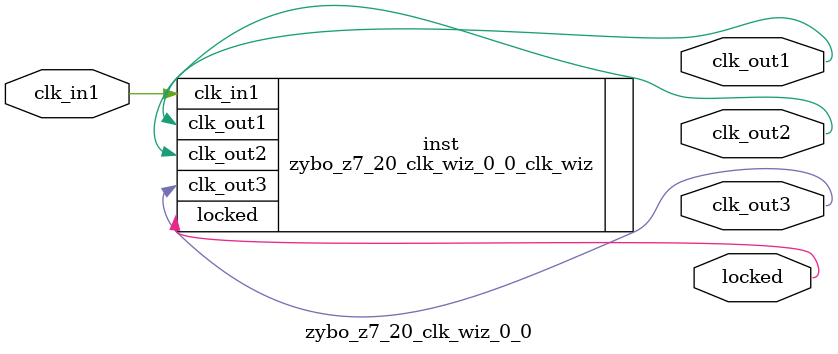
<source format=v>


`timescale 1ps/1ps

(* CORE_GENERATION_INFO = "zybo_z7_20_clk_wiz_0_0,clk_wiz_v5_4_0_0,{component_name=zybo_z7_20_clk_wiz_0_0,use_phase_alignment=true,use_min_o_jitter=false,use_max_i_jitter=false,use_dyn_phase_shift=false,use_inclk_switchover=false,use_dyn_reconfig=false,enable_axi=0,feedback_source=FDBK_AUTO,PRIMITIVE=PLL,num_out_clk=3,clkin1_period=8.000,clkin2_period=10.000,use_power_down=false,use_reset=false,use_locked=true,use_inclk_stopped=false,feedback_type=SINGLE,CLOCK_MGR_TYPE=NA,manual_override=false}" *)

module zybo_z7_20_clk_wiz_0_0 
 (
  // Clock out ports
  output        clk_out1,
  output        clk_out2,
  output        clk_out3,
  // Status and control signals
  output        locked,
 // Clock in ports
  input         clk_in1
 );

  zybo_z7_20_clk_wiz_0_0_clk_wiz inst
  (
  // Clock out ports  
  .clk_out1(clk_out1),
  .clk_out2(clk_out2),
  .clk_out3(clk_out3),
  // Status and control signals               
  .locked(locked),
 // Clock in ports
  .clk_in1(clk_in1)
  );

endmodule

</source>
